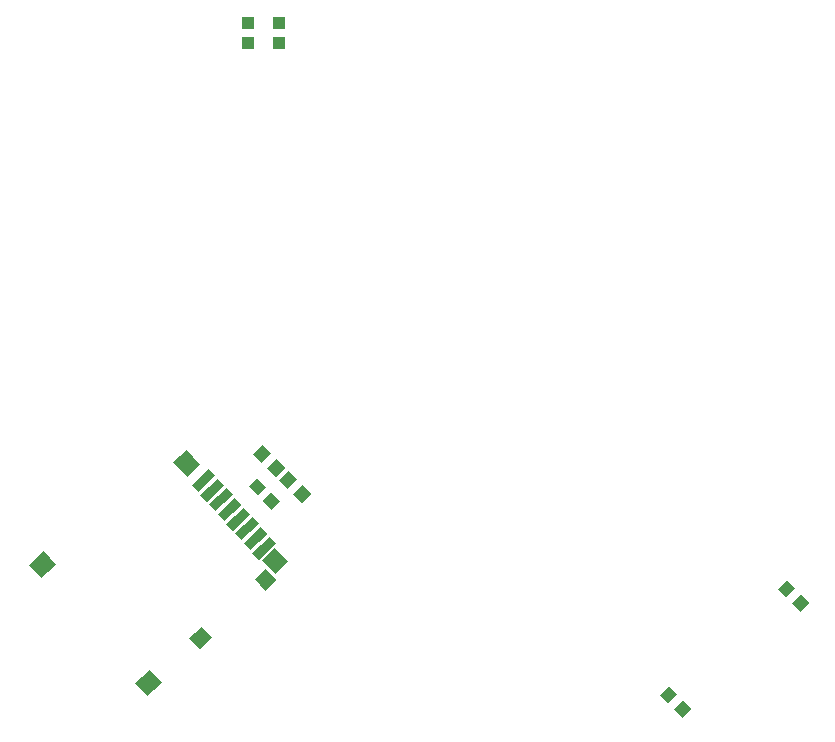
<source format=gbr>
G04 EAGLE Gerber RS-274X export*
G75*
%MOMM*%
%FSLAX34Y34*%
%LPD*%
%INSolderpaste Top*%
%IPPOS*%
%AMOC8*
5,1,8,0,0,1.08239X$1,22.5*%
G01*
%ADD10R,2.000000X0.800000*%
%ADD11R,1.500000X1.700000*%
%ADD12R,1.600000X1.500000*%
%ADD13R,1.300000X1.290000*%
%ADD14R,1.400000X1.290000*%
%ADD15R,1.000000X1.100000*%
%ADD16R,1.100000X1.000000*%


D10*
G36*
X251835Y216412D02*
X266696Y229793D01*
X272049Y223848D01*
X257188Y210467D01*
X251835Y216412D01*
G37*
G36*
X244475Y224586D02*
X259336Y237967D01*
X264689Y232022D01*
X249828Y218641D01*
X244475Y224586D01*
G37*
G36*
X237114Y232761D02*
X251975Y246142D01*
X257328Y240197D01*
X242467Y226816D01*
X237114Y232761D01*
G37*
G36*
X229754Y240935D02*
X244615Y254316D01*
X249968Y248371D01*
X235107Y234990D01*
X229754Y240935D01*
G37*
G36*
X222394Y249110D02*
X237255Y262491D01*
X242608Y256546D01*
X227747Y243165D01*
X222394Y249110D01*
G37*
G36*
X215033Y257285D02*
X229894Y270666D01*
X235247Y264721D01*
X220386Y251340D01*
X215033Y257285D01*
G37*
G36*
X207673Y265459D02*
X222534Y278840D01*
X227887Y272895D01*
X213026Y259514D01*
X207673Y265459D01*
G37*
G36*
X200312Y273634D02*
X215173Y287015D01*
X220526Y281070D01*
X205665Y267689D01*
X200312Y273634D01*
G37*
D11*
G36*
X165411Y117065D02*
X175448Y105918D01*
X162815Y94543D01*
X152778Y105690D01*
X165411Y117065D01*
G37*
D12*
G36*
X270570Y198294D02*
X259864Y210183D01*
X271010Y220220D01*
X281716Y208331D01*
X270570Y198294D01*
G37*
D13*
G36*
X272057Y192906D02*
X262397Y184207D01*
X253765Y193792D01*
X263425Y202491D01*
X272057Y192906D01*
G37*
D14*
G36*
X198401Y143942D02*
X208804Y153310D01*
X217435Y143724D01*
X207032Y134356D01*
X198401Y143942D01*
G37*
D11*
G36*
X75078Y217390D02*
X85115Y206243D01*
X72482Y194868D01*
X62445Y206015D01*
X75078Y217390D01*
G37*
G36*
X184921Y293416D02*
X196068Y303453D01*
X207443Y290820D01*
X196296Y280783D01*
X184921Y293416D01*
G37*
D15*
G36*
X616388Y91303D02*
X623334Y84109D01*
X615422Y76469D01*
X608476Y83663D01*
X616388Y91303D01*
G37*
G36*
X604578Y103531D02*
X611524Y96337D01*
X603612Y88697D01*
X596666Y95891D01*
X604578Y103531D01*
G37*
G36*
X716388Y181303D02*
X723334Y174109D01*
X715422Y166469D01*
X708476Y173663D01*
X716388Y181303D01*
G37*
G36*
X704578Y193531D02*
X711524Y186337D01*
X703612Y178697D01*
X696666Y185891D01*
X704578Y193531D01*
G37*
D16*
X248000Y647500D03*
X248000Y664500D03*
X274000Y647500D03*
X274000Y664500D03*
D15*
G36*
X281637Y270586D02*
X274566Y277657D01*
X282343Y285434D01*
X289414Y278363D01*
X281637Y270586D01*
G37*
G36*
X293657Y258566D02*
X286586Y265637D01*
X294363Y273414D01*
X301434Y266343D01*
X293657Y258566D01*
G37*
G36*
X272363Y295414D02*
X279434Y288343D01*
X271657Y280566D01*
X264586Y287637D01*
X272363Y295414D01*
G37*
G36*
X260343Y307434D02*
X267414Y300363D01*
X259637Y292586D01*
X252566Y299657D01*
X260343Y307434D01*
G37*
D16*
G36*
X267657Y267414D02*
X275434Y259637D01*
X268363Y252566D01*
X260586Y260343D01*
X267657Y267414D01*
G37*
G36*
X255637Y279434D02*
X263414Y271657D01*
X256343Y264586D01*
X248566Y272363D01*
X255637Y279434D01*
G37*
M02*

</source>
